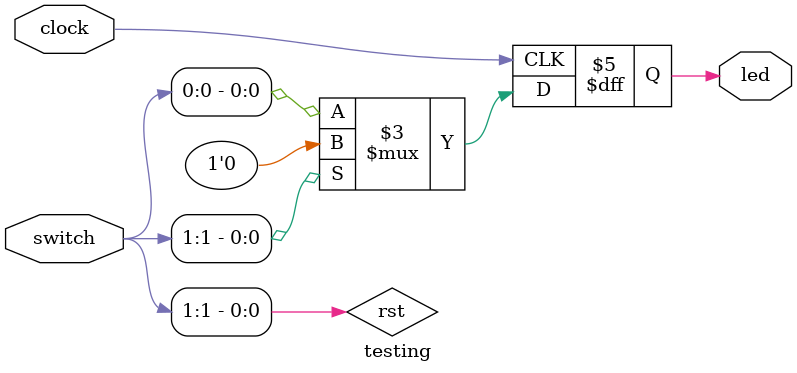
<source format=v>
`timescale 1ns / 1ps


module testing(
    input clock,
    input [1:0]switch,
    output reg led
    );
    assign rst=switch[1];
    always @(posedge clock) begin
        if(rst) begin
            led<=1'b0;
        end else begin
            led<=switch[0];
        end
    end
endmodule

</source>
